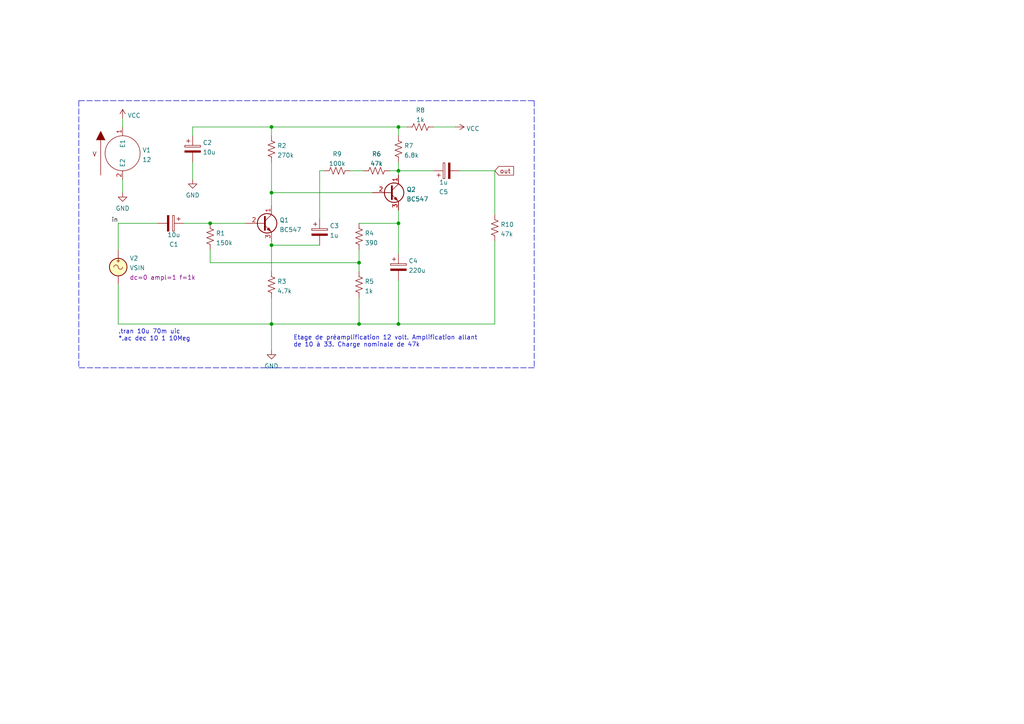
<source format=kicad_sch>
(kicad_sch (version 20211123) (generator eeschema)
  (paper "A4")
  (title_block (title "Amplification") (date "2022-04-17") (rev "1.0 ") (company "Glodie Electronics") (comment 1 "AGBALENYO Komi Barthélémy Elvis"))
  (lib_symbols
    (symbol "Device:C_Polarized" (pin_numbers hide) (pin_names (offset 0.254))
      (property "Reference" "C" (at 0.635 2.54 0))
      (property "Value" "C_Polarized" (at 0.635 -2.54 0))
      (symbol "C_Polarized_0_1"
        (rectangle (start -2.286 0.508) (end 2.286 1.016))
        (polyline (pts (xy -1.778 2.286) (xy -0.762 2.286)))
        (polyline (pts (xy -1.27 2.794) (xy -1.27 1.778)))
        (rectangle (start 2.286 -0.508) (end -2.286 -1.016) (fill (type outline)))
      )
      (symbol "C_Polarized_1_1"
        (pin passive line (at 0 3.81 270) (length 2.794) (name "~") (number "1"))
        (pin passive line (at 0 -3.81 90) (length 2.794) (name "~") (number "2"))
      )
    )
    (symbol "Device:R_US" (pin_numbers hide) (pin_names (offset 0))
      (property "Reference" "R" (at 2.54 0 90))
      (property "Value" "R_US" (at -2.54 0 90))
      (symbol "R_US_0_1"
        (polyline (pts (xy 0 -2.286) (xy 0 -2.54)))
        (polyline (pts (xy 0 2.286) (xy 0 2.54)))
        (polyline (pts (xy 0 -0.762) (xy 1.016 -1.143) (xy 0 -1.524) (xy -1.016 -1.905) (xy 0 -2.286)))
        (polyline (pts (xy 0 0.762) (xy 1.016 0.381) (xy 0 0) (xy -1.016 -0.381) (xy 0 -0.762)))
        (polyline (pts (xy 0 2.286) (xy 1.016 1.905) (xy 0 1.524) (xy -1.016 1.143) (xy 0 0.762)))
      )
      (symbol "R_US_1_1"
        (pin passive line (at 0 3.81 270) (length 1.27) (name "~") (number "1"))
        (pin passive line (at 0 -3.81 90) (length 1.27) (name "~") (number "2"))
      )
    )
    (symbol "Simulation_SPICE:VSIN" (pin_numbers hide) (pin_names (offset 0.0254))
      (property "Reference" "V" (at 2.54 2.54 0))
      (property "Value" "VSIN" (at 2.54 0 0))
      (property "Spice_Model" "sin(0 1 1k)" (at 2.54 -2.54 0))
      (symbol "VSIN_0_0"
        (arc (start 0 0) (mid -0.635 0.635) (end -1.27 0))
        (arc (start 0 0) (mid 0.635 -0.635) (end 1.27 0))
        (text "+" (at 0 1.905 0) (effects (font (size 1.27 1.27))))
      )
      (symbol "VSIN_0_1"
        (circle (center 0 0) (radius 2.54) (stroke (width 0.254)) (fill (type background)))
      )
      (symbol "VSIN_1_1"
        (pin passive line (at 0 5.08 270) (length 2.54) (name "~") (number "1"))
        (pin passive line (at 0 -5.08 90) (length 2.54) (name "~") (number "2"))
      )
    )
    (symbol "Transistor_BJT:BC547" (pin_names (offset 0) hide)
      (property "Reference" "Q" (at 5.08 1.905 0))
      (property "Value" "BC547" (at 5.08 0 0))
      (symbol "BC547_0_1"
        (polyline (pts (xy 0 0) (xy 0.635 0)))
        (polyline (pts (xy 0.635 0.635) (xy 2.54 2.54)))
        (polyline (pts (xy 0.635 -0.635) (xy 2.54 -2.54) (xy 2.54 -2.54)))
        (polyline (pts (xy 0.635 1.905) (xy 0.635 -1.905) (xy 0.635 -1.905)) (stroke (width 0.508)))
        (polyline (pts (xy 1.27 -1.778) (xy 1.778 -1.27) (xy 2.286 -2.286) (xy 1.27 -1.778) (xy 1.27 -1.778)) (fill (type outline)))
        (circle (center 1.27 0) (radius 2.8194) (stroke (width 0.254)))
      )
      (symbol "BC547_1_1"
        (pin passive line (at 2.54 5.08 270) (length 2.54) (name "C") (number "1"))
        (pin input line (at -5.08 0 0) (length 5.08) (name "B") (number "2"))
        (pin passive line (at 2.54 -5.08 90) (length 2.54) (name "E") (number "3"))
      )
    )
    (symbol "power:GND" (power) (pin_names (offset 0))
      (property "Value" "GND" (at 0 -3.81 0))
      (symbol "GND_0_1"
        (polyline (pts (xy 0 0) (xy 0 -1.27) (xy 1.27 -1.27) (xy 0 -2.54) (xy -1.27 -1.27) (xy 0 -1.27)))
      )
      (symbol "GND_1_1"
        (pin power_in line (at 0 0 270) (length 0) hide (name "GND") (number "1"))
      )
    )
    (symbol "power:VCC" (power) (pin_names (offset 0))
      (property "Value" "VCC" (at 0 3.81 0))
      (symbol "VCC_0_1"
        (polyline (pts (xy -0.762 1.27) (xy 0 2.54)))
        (polyline (pts (xy 0 0) (xy 0 2.54)))
        (polyline (pts (xy 0 2.54) (xy 0.762 1.27)))
      )
      (symbol "VCC_1_1"
        (pin power_in line (at 0 0 90) (length 0) hide (name "VCC") (number "1"))
      )
    )
    (symbol "pspice:VSOURCE" (pin_names (offset 1.016))
      (property "Reference" "V" (at -6.35 7.62 0))
      (property "Value" "VSOURCE" (at 0 0 0))
      (symbol "VSOURCE_0_1"
        (polyline (pts (xy -6.35 -6.35) (xy -6.35 3.81)) (fill (type outline)))
        (polyline (pts (xy -7.62 3.81) (xy -6.35 6.35) (xy -5.08 3.81)) (fill (type outline)))
        (circle (center 0 0) (radius 5.08))
        (text "V" (at -8.128 -0.254 0) (effects (font (size 1.27 1.27))))
      )
      (symbol "VSOURCE_1_1"
        (pin input line (at 0 7.62 270) (length 2.54) (name "E1") (number "1"))
        (pin input line (at 0 -7.62 90) (length 2.54) (name "E2") (number "2"))
      )
    )
  )
  (junction (at 78.74 71.12))
  (junction (at 78.74 93.98))
  (junction (at 115.57 64.77))
  (junction (at 104.14 76.2))
  (junction (at 104.14 93.98))
  (junction (at 78.74 36.83))
  (junction (at 60.96 64.77))
  (junction (at 78.74 55.88))
  (junction (at 115.57 93.98))
  (junction (at 115.57 49.53))
  (junction (at 115.57 36.83))
  (wire (pts (xy 34.29 64.77) (xy 45.72 64.77)))
  (wire (pts (xy 55.88 36.83) (xy 55.88 39.37)))
  (wire (pts (xy 34.29 82.55) (xy 34.29 93.98)))
  (wire (pts (xy 101.6 49.53) (xy 105.41 49.53)))
  (wire (pts (xy 143.51 69.85) (xy 143.51 93.98)))
  (wire (pts (xy 115.57 39.37) (xy 115.57 36.83)))
  (wire (pts (xy 113.03 49.53) (xy 115.57 49.53)))
  (wire (pts (xy 115.57 46.99) (xy 115.57 49.53)))
  (wire (pts (xy 143.51 93.98) (xy 115.57 93.98)))
  (wire (pts (xy 104.14 86.36) (xy 104.14 93.98)))
  (wire (pts (xy 78.74 36.83) (xy 78.74 39.37)))
  (wire (pts (xy 143.51 62.23) (xy 143.51 49.53)))
  (wire (pts (xy 78.74 71.12) (xy 92.71 71.12)))
  (wire (pts (xy 115.57 49.53) (xy 125.73 49.53)))
  (wire (pts (xy 115.57 36.83) (xy 118.11 36.83)))
  (wire (pts (xy 78.74 55.88) (xy 107.95 55.88)))
  (wire (pts (xy 78.74 36.83) (xy 55.88 36.83)))
  (wire (pts (xy 78.74 55.88) (xy 78.74 59.69)))
  (polyline (pts (xy 154.94 106.68) (xy 22.86 106.68)))
  (wire (pts (xy 78.74 46.99) (xy 78.74 55.88)))
  (wire (pts (xy 125.73 36.83) (xy 132.08 36.83)))
  (wire (pts (xy 78.74 93.98) (xy 104.14 93.98)))
  (wire (pts (xy 34.29 93.98) (xy 78.74 93.98)))
  (wire (pts (xy 53.34 64.77) (xy 60.96 64.77)))
  (wire (pts (xy 104.14 76.2) (xy 104.14 78.74)))
  (wire (pts (xy 115.57 49.53) (xy 115.57 50.8)))
  (wire (pts (xy 115.57 64.77) (xy 115.57 73.66)))
  (wire (pts (xy 104.14 72.39) (xy 104.14 76.2)))
  (polyline (pts (xy 154.94 29.21) (xy 154.94 106.68)))
  (wire (pts (xy 92.71 63.5) (xy 92.71 49.53)))
  (wire (pts (xy 104.14 64.77) (xy 115.57 64.77)))
  (polyline (pts (xy 22.86 29.21) (xy 154.94 29.21)))
  (wire (pts (xy 35.56 34.29) (xy 35.56 36.83)))
  (wire (pts (xy 78.74 93.98) (xy 78.74 101.6)))
  (wire (pts (xy 78.74 86.36) (xy 78.74 93.98)))
  (wire (pts (xy 78.74 71.12) (xy 78.74 78.74)))
  (wire (pts (xy 60.96 64.77) (xy 71.12 64.77)))
  (wire (pts (xy 55.88 46.99) (xy 55.88 52.07)))
  (wire (pts (xy 104.14 93.98) (xy 115.57 93.98)))
  (wire (pts (xy 60.96 76.2) (xy 104.14 76.2)))
  (wire (pts (xy 78.74 69.85) (xy 78.74 71.12)))
  (wire (pts (xy 133.35 49.53) (xy 143.51 49.53)))
  (wire (pts (xy 92.71 49.53) (xy 93.98 49.53)))
  (wire (pts (xy 60.96 72.39) (xy 60.96 76.2)))
  (wire (pts (xy 115.57 93.98) (xy 115.57 81.28)))
  (wire (pts (xy 35.56 52.07) (xy 35.56 55.88)))
  (wire (pts (xy 34.29 64.77) (xy 34.29 72.39)))
  (polyline (pts (xy 22.86 29.21) (xy 22.86 106.68)))
  (wire (pts (xy 115.57 64.77) (xy 115.57 60.96)))
  (wire (pts (xy 115.57 36.83) (xy 78.74 36.83)))
  (text "Etage de préamplification 12 volt. Amplification allant \nde 10 à 33. Charge nominale de 47k\n\n" (at 85.09 102.87 0) (effects (font (size 1.27 1.27)) (justify left bottom)))
  (text ".tran 10u 70m uic\n*.ac dec 10 1 10Meg" (at 34.29 99.06 0) (effects (font (size 1.27 1.27)) (justify left bottom)))
  (label "in" (at 34.29 64.77 180))
  (global_label "out" (shape input) (at 143.51 49.53 0) (property "Intersheet References" "${INTERSHEET_REFS}" (effects hide)))
  (symbol (lib_id "Device:C_Polarized") (at 115.57 77.47 0) (unit 1)
    (property "Reference" "C4" (at 118.491 75.6725 0) (effects (justify left)))
    (property "Value" "220u" (at 118.491 78.4476 0) (effects (justify left)))
    (property "Footprint" "Capacitor_THT:CP_Radial_D18.0mm_P7.50mm" (effects hide))
  )
  (symbol (lib_id "Device:R_US") (at 97.79 49.53 90) (unit 1)
    (property "Reference" "R9" (at 97.79 44.6745 90))
    (property "Value" "100k" (at 97.79 47.4496 90))
    (property "Footprint" "Resistor_THT:R_Axial_DIN0207_L6.3mm_D2.5mm_P10.16mm_Horizontal" (effects hide))
  )
  (symbol (lib_id "Simulation_SPICE:VSIN") (at 34.29 77.47 0) (unit 1)
    (property "Reference" "V2" (at 37.592 74.9246 0) (effects (justify left)))
    (property "Value" "VSIN" (at 37.592 77.6997 0) (effects (justify left)))
    (property "Spice_Netlist_Enabled" "Y" (effects hide))
    (property "Spice_Primitive" "V" (effects hide))
    (property "Spice_Model" "sin(0 1 1k)" (at 37.592 80.4748 0) (effects (justify left)))
  )
  (symbol (lib_id "Device:R_US") (at 78.74 43.18 0) (unit 1)
    (property "Reference" "R2" (at 80.391 42.2715 0) (effects (justify left)))
    (property "Value" "270k" (at 80.391 45.0466 0) (effects (justify left)))
    (property "Footprint" "Resistor_THT:R_Axial_DIN0207_L6.3mm_D2.5mm_P10.16mm_Horizontal" (effects hide))
  )
  (symbol (lib_id "power:GND") (at 35.56 55.88 0) (unit 1)
    (property "Reference" "#PWR05" (effects hide))
    (property "Value" "GND" (at 35.56 60.4425 0))
  )
  (symbol (lib_id "Device:R_US") (at 109.22 49.53 90) (unit 1)
    (property "Reference" "R6" (at 109.22 44.6745 90))
    (property "Value" "47k" (at 109.22 47.4496 90))
    (property "Footprint" "Resistor_THT:R_Axial_DIN0207_L6.3mm_D2.5mm_P10.16mm_Horizontal" (effects hide))
  )
  (symbol (lib_id "Device:R_US") (at 104.14 82.55 0) (unit 1)
    (property "Reference" "R5" (at 105.791 81.6415 0) (effects (justify left)))
    (property "Value" "1k" (at 105.791 84.4166 0) (effects (justify left)))
    (property "Footprint" "Resistor_THT:R_Axial_DIN0207_L6.3mm_D2.5mm_P10.16mm_Horizontal" (effects hide))
  )
  (symbol (lib_id "Transistor_BJT:BC547") (at 113.03 55.88 0) (unit 1)
    (property "Reference" "Q2" (at 117.8814 54.9715 0) (effects (justify left)))
    (property "Value" "BC547" (at 117.8814 57.7466 0) (effects (justify left)))
    (property "Footprint" "Package_TO_SOT_THT:TO-92_Inline" (effects hide))
    (property "Datasheet" "https://www.onsemi.com/pub/Collateral/BC550-D.pdf" (effects hide))
    (property "Spice_Primitive" "Q" (effects hide))
    (property "Spice_Model" "BC547" (effects hide))
    (property "Spice_Netlist_Enabled" "Y" (effects hide))
    (property "Spice_Lib_File" "E:\\models_ugr\\modelos_subckt\\spice_complete\\BJTN.LIB" (effects hide))
  )
  (symbol (lib_id "power:VCC") (at 35.56 34.29 0) (unit 1)
    (property "Reference" "#PWR04" (effects hide))
    (property "Value" "VCC" (at 36.957 33.499 0) (effects (justify left)))
  )
  (symbol (lib_id "Device:R_US") (at 115.57 43.18 0) (unit 1)
    (property "Reference" "R7" (at 117.221 42.2715 0) (effects (justify left)))
    (property "Value" "6.8k" (at 117.221 45.0466 0) (effects (justify left)))
    (property "Footprint" "Resistor_THT:R_Axial_DIN0207_L6.3mm_D2.5mm_P10.16mm_Horizontal" (effects hide))
  )
  (symbol (lib_id "power:GND") (at 78.74 101.6 0) (unit 1)
    (property "Reference" "#PWR02" (effects hide))
    (property "Value" "GND" (at 78.74 106.1625 0))
  )
  (symbol (lib_id "Device:C_Polarized") (at 49.53 64.77 270) (unit 1)
    (property "Reference" "C1" (at 50.419 70.8955 90))
    (property "Value" "10u" (at 50.419 68.1204 90))
    (property "Footprint" "Capacitor_THT:CP_Radial_D10.0mm_P5.00mm" (effects hide))
  )
  (symbol (lib_id "pspice:VSOURCE") (at 35.56 44.45 0) (unit 1)
    (property "Reference" "V1" (at 41.275 43.5415 0) (effects (justify left)))
    (property "Value" "12" (at 41.275 46.3166 0) (effects (justify left)))
    (property "Footprint" "Connector_PinSocket_2.54mm:PinSocket_1x02_P2.54mm_Vertical" (effects hide))
    (property "Spice_Primitive" "V" (effects hide))
    (property "Spice_Model" "dc 12 " (effects hide))
    (property "Spice_Netlist_Enabled" "Y" (effects hide))
  )
  (symbol (lib_id "Device:R_US") (at 60.96 68.58 0) (unit 1)
    (property "Reference" "R1" (at 62.611 67.6715 0) (effects (justify left)))
    (property "Value" "150k" (at 62.611 70.4466 0) (effects (justify left)))
    (property "Footprint" "Resistor_THT:R_Axial_DIN0207_L6.3mm_D2.5mm_P10.16mm_Horizontal" (effects hide))
  )
  (symbol (lib_id "power:GND") (at 55.88 52.07 0) (unit 1)
    (property "Reference" "#PWR01" (effects hide))
    (property "Value" "GND" (at 55.88 56.6325 0))
  )
  (symbol (lib_id "Device:R_US") (at 121.92 36.83 270) (unit 1)
    (property "Reference" "R8" (at 121.92 31.9745 90))
    (property "Value" "1k" (at 121.92 34.7496 90))
    (property "Footprint" "Resistor_THT:R_Axial_DIN0207_L6.3mm_D2.5mm_P10.16mm_Horizontal" (effects hide))
  )
  (symbol (lib_id "Device:C_Polarized") (at 129.54 49.53 90) (unit 1)
    (property "Reference" "C5" (at 128.651 55.6555 90))
    (property "Value" "1u" (at 128.651 52.8804 90))
    (property "Footprint" "Capacitor_THT:CP_Radial_D10.0mm_P5.00mm" (effects hide))
  )
  (symbol (lib_id "Device:C_Polarized") (at 92.71 67.31 0) (unit 1)
    (property "Reference" "C3" (at 95.631 65.5125 0) (effects (justify left)))
    (property "Value" "1u" (at 95.631 68.2876 0) (effects (justify left)))
    (property "Footprint" "Capacitor_THT:CP_Radial_D10.0mm_P5.00mm" (effects hide))
  )
  (symbol (lib_id "Device:R_US") (at 143.51 66.04 180) (unit 1)
    (property "Reference" "R10" (at 145.161 65.1315 0) (effects (justify right)))
    (property "Value" "47k" (at 145.161 67.9066 0) (effects (justify right)))
    (property "Footprint" "Resistor_THT:R_Axial_DIN0207_L6.3mm_D2.5mm_P10.16mm_Horizontal" (effects hide))
  )
  (symbol (lib_id "Device:R_US") (at 78.74 82.55 0) (unit 1)
    (property "Reference" "R3" (at 80.391 81.6415 0) (effects (justify left)))
    (property "Value" "4.7k" (at 80.391 84.4166 0) (effects (justify left)))
    (property "Footprint" "Resistor_THT:R_Axial_DIN0207_L6.3mm_D2.5mm_P10.16mm_Horizontal" (effects hide))
  )
  (symbol (lib_id "Transistor_BJT:BC547") (at 76.2 64.77 0) (unit 1)
    (property "Reference" "Q1" (at 81.0514 63.8615 0) (effects (justify left)))
    (property "Value" "BC547" (at 81.0514 66.6366 0) (effects (justify left)))
    (property "Footprint" "Package_TO_SOT_THT:TO-92_Inline" (effects hide))
    (property "Datasheet" "https://www.onsemi.com/pub/Collateral/BC550-D.pdf" (effects hide))
    (property "Spice_Primitive" "Q" (effects hide))
    (property "Spice_Model" "BC547" (effects hide))
    (property "Spice_Netlist_Enabled" "Y" (effects hide))
    (property "Spice_Lib_File" "E:\\models_ugr\\modelos_subckt\\spice_complete\\BJTN.LIB" (effects hide))
  )
  (symbol (lib_id "power:VCC") (at 132.08 36.83 270) (unit 1)
    (property "Reference" "#PWR03" (effects hide))
    (property "Value" "VCC" (at 135.255 37.309 90) (effects (justify left)))
  )
  (symbol (lib_id "Device:R_US") (at 104.14 68.58 0) (unit 1)
    (property "Reference" "R4" (at 105.791 67.6715 0) (effects (justify left)))
    (property "Value" "390" (at 105.791 70.4466 0) (effects (justify left)))
    (property "Footprint" "Resistor_THT:R_Axial_DIN0207_L6.3mm_D2.5mm_P10.16mm_Horizontal" (effects hide))
  )
  (symbol (lib_id "Device:C_Polarized") (at 55.88 43.18 0) (unit 1)
    (property "Reference" "C2" (at 58.801 41.3825 0) (effects (justify left)))
    (property "Value" "10u" (at 58.801 44.1576 0) (effects (justify left)))
    (property "Footprint" "Capacitor_THT:CP_Radial_D10.0mm_P5.00mm" (effects hide))
  )
)
</source>
